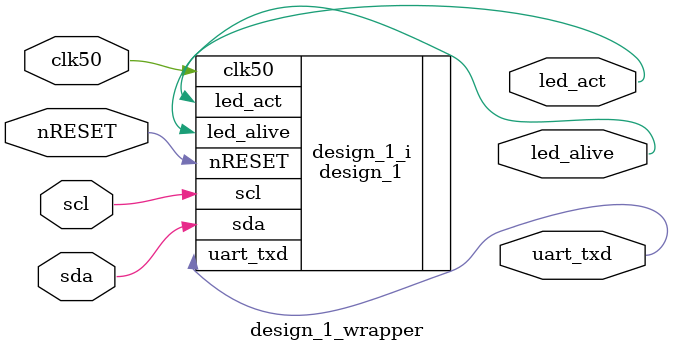
<source format=v>
`timescale 1 ps / 1 ps

module design_1_wrapper
   (clk50,
    led_act,
    led_alive,
    nRESET,
    scl,
    sda,
    uart_txd);
  input clk50;
  output led_act;
  output led_alive;
  input nRESET;
  input scl;
  input sda;
  output uart_txd;

  wire clk50;
  wire led_act;
  wire led_alive;
  wire nRESET;
  wire scl;
  wire sda;
  wire uart_txd;

  design_1 design_1_i
       (.clk50(clk50),
        .led_act(led_act),
        .led_alive(led_alive),
        .nRESET(nRESET),
        .scl(scl),
        .sda(sda),
        .uart_txd(uart_txd));
endmodule

</source>
